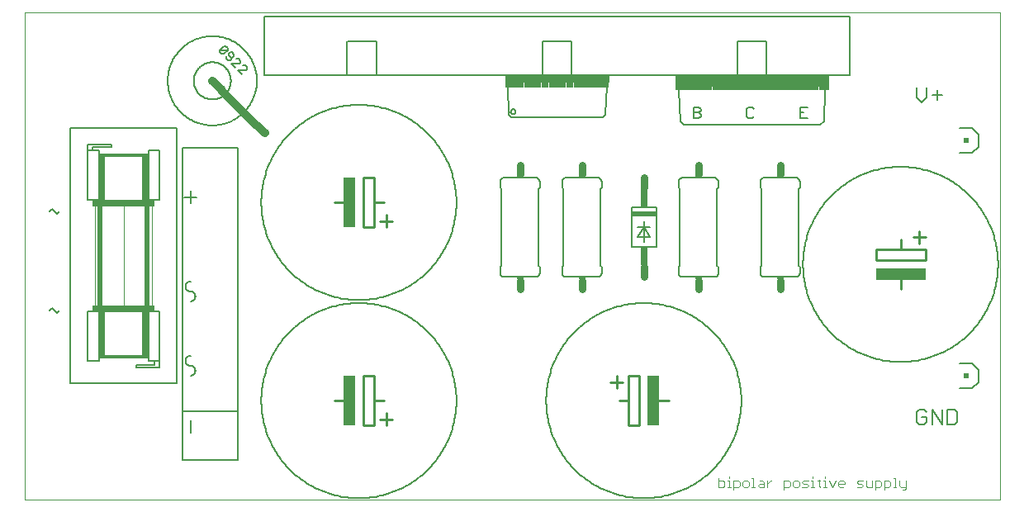
<source format=gto>
G75*
%MOIN*%
%OFA0B0*%
%FSLAX25Y25*%
%IPPOS*%
%LPD*%
%AMOC8*
5,1,8,0,0,1.08239X$1,22.5*
%
%ADD10C,0.00300*%
%ADD11C,0.00500*%
%ADD12C,0.00600*%
%ADD13C,0.00200*%
%ADD14R,0.16000X0.01500*%
%ADD15R,0.00500X0.03500*%
%ADD16R,0.04500X0.02500*%
%ADD17R,0.16000X0.02500*%
%ADD18R,0.02000X0.40000*%
%ADD19R,0.00500X0.15500*%
%ADD20R,0.02000X0.19000*%
%ADD21C,0.03000*%
%ADD22R,0.03000X0.01100*%
%ADD23C,0.03200*%
%ADD24R,0.20200X0.03200*%
%ADD25R,0.42000X0.03000*%
%ADD26R,0.07500X0.02000*%
%ADD27R,0.03000X0.02000*%
%ADD28R,0.07000X0.02000*%
%ADD29C,0.00000*%
%ADD30C,0.00800*%
%ADD31R,0.02000X0.02000*%
%ADD32R,0.10000X0.02000*%
%ADD33R,0.03000X0.07500*%
%ADD34C,0.01000*%
%ADD35R,0.05000X0.20000*%
%ADD36R,0.20000X0.05000*%
%ADD37R,0.62000X0.04500*%
%ADD38R,0.04000X0.01500*%
%ADD39R,0.10500X0.01500*%
%ADD40R,0.11000X0.01500*%
D10*
X0285187Y0013290D02*
X0287038Y0013290D01*
X0287655Y0013907D01*
X0287655Y0015141D01*
X0287038Y0015759D01*
X0285187Y0015759D01*
X0285187Y0016993D02*
X0285187Y0013290D01*
X0288870Y0013290D02*
X0290104Y0013290D01*
X0289487Y0013290D02*
X0289487Y0015759D01*
X0288870Y0015759D01*
X0289487Y0016993D02*
X0289487Y0017610D01*
X0291325Y0015759D02*
X0293177Y0015759D01*
X0293794Y0015141D01*
X0293794Y0013907D01*
X0293177Y0013290D01*
X0291325Y0013290D01*
X0291325Y0012055D02*
X0291325Y0015759D01*
X0295008Y0015141D02*
X0295008Y0013907D01*
X0295625Y0013290D01*
X0296860Y0013290D01*
X0297477Y0013907D01*
X0297477Y0015141D01*
X0296860Y0015759D01*
X0295625Y0015759D01*
X0295008Y0015141D01*
X0298691Y0013290D02*
X0299926Y0013290D01*
X0299309Y0013290D02*
X0299309Y0016993D01*
X0298691Y0016993D01*
X0301764Y0015759D02*
X0302998Y0015759D01*
X0303616Y0015141D01*
X0303616Y0013290D01*
X0301764Y0013290D01*
X0301147Y0013907D01*
X0301764Y0014524D01*
X0303616Y0014524D01*
X0304830Y0014524D02*
X0306064Y0015759D01*
X0306682Y0015759D01*
X0304830Y0015759D02*
X0304830Y0013290D01*
X0311582Y0013290D02*
X0313434Y0013290D01*
X0314051Y0013907D01*
X0314051Y0015141D01*
X0313434Y0015759D01*
X0311582Y0015759D01*
X0311582Y0012055D01*
X0315266Y0013907D02*
X0315883Y0013290D01*
X0317117Y0013290D01*
X0317734Y0013907D01*
X0317734Y0015141D01*
X0317117Y0015759D01*
X0315883Y0015759D01*
X0315266Y0015141D01*
X0315266Y0013907D01*
X0318949Y0013290D02*
X0320800Y0013290D01*
X0321417Y0013907D01*
X0320800Y0014524D01*
X0319566Y0014524D01*
X0318949Y0015141D01*
X0319566Y0015759D01*
X0321417Y0015759D01*
X0322632Y0015759D02*
X0323249Y0015759D01*
X0323249Y0013290D01*
X0322632Y0013290D02*
X0323866Y0013290D01*
X0325704Y0013907D02*
X0326322Y0013290D01*
X0325704Y0013907D02*
X0325704Y0016376D01*
X0325087Y0015759D02*
X0326322Y0015759D01*
X0327543Y0015759D02*
X0328160Y0015759D01*
X0328160Y0013290D01*
X0327543Y0013290D02*
X0328777Y0013290D01*
X0331232Y0013290D02*
X0329998Y0015759D01*
X0328160Y0016993D02*
X0328160Y0017610D01*
X0332467Y0015759D02*
X0331232Y0013290D01*
X0333681Y0013907D02*
X0333681Y0015141D01*
X0334298Y0015759D01*
X0335533Y0015759D01*
X0336150Y0015141D01*
X0336150Y0014524D01*
X0333681Y0014524D01*
X0333681Y0013907D02*
X0334298Y0013290D01*
X0335533Y0013290D01*
X0341048Y0013290D02*
X0342899Y0013290D01*
X0343516Y0013907D01*
X0342899Y0014524D01*
X0341665Y0014524D01*
X0341048Y0015141D01*
X0341665Y0015759D01*
X0343516Y0015759D01*
X0344731Y0015759D02*
X0344731Y0013907D01*
X0345348Y0013290D01*
X0347199Y0013290D01*
X0347199Y0015759D01*
X0348414Y0015759D02*
X0350265Y0015759D01*
X0350883Y0015141D01*
X0350883Y0013907D01*
X0350265Y0013290D01*
X0348414Y0013290D01*
X0348414Y0012055D02*
X0348414Y0015759D01*
X0352097Y0015759D02*
X0353949Y0015759D01*
X0354566Y0015141D01*
X0354566Y0013907D01*
X0353949Y0013290D01*
X0352097Y0013290D01*
X0352097Y0012055D02*
X0352097Y0015759D01*
X0355780Y0016993D02*
X0356397Y0016993D01*
X0356397Y0013290D01*
X0355780Y0013290D02*
X0357014Y0013290D01*
X0358236Y0013907D02*
X0358853Y0013290D01*
X0360704Y0013290D01*
X0360704Y0012673D02*
X0360087Y0012055D01*
X0359470Y0012055D01*
X0360704Y0012673D02*
X0360704Y0015759D01*
X0358236Y0015759D02*
X0358236Y0013907D01*
X0323249Y0016993D02*
X0323249Y0017610D01*
D11*
X0365287Y0039407D02*
X0366304Y0038390D01*
X0368339Y0038390D01*
X0369357Y0039407D01*
X0369357Y0041442D01*
X0367322Y0041442D01*
X0369357Y0043477D02*
X0368339Y0044495D01*
X0366304Y0044495D01*
X0365287Y0043477D01*
X0365287Y0039407D01*
X0371364Y0038390D02*
X0371364Y0044495D01*
X0375434Y0038390D01*
X0375434Y0044495D01*
X0377441Y0044495D02*
X0380494Y0044495D01*
X0381511Y0043477D01*
X0381511Y0039407D01*
X0380494Y0038390D01*
X0377441Y0038390D01*
X0377441Y0044495D01*
X0326277Y0159400D02*
X0323777Y0159400D01*
X0316777Y0159400D01*
X0302277Y0159400D01*
X0295277Y0159400D01*
X0280777Y0159400D01*
X0273777Y0159400D01*
X0271277Y0159400D01*
X0269777Y0160900D01*
X0269277Y0173400D01*
X0275027Y0166653D02*
X0277279Y0166653D01*
X0278029Y0165903D01*
X0278029Y0165152D01*
X0277279Y0164402D01*
X0275027Y0164402D01*
X0275027Y0166653D02*
X0275027Y0162150D01*
X0277279Y0162150D01*
X0278029Y0162900D01*
X0278029Y0163651D01*
X0277279Y0164402D01*
X0296527Y0165903D02*
X0296527Y0162900D01*
X0297277Y0162150D01*
X0298779Y0162150D01*
X0299529Y0162900D01*
X0299529Y0165903D02*
X0298779Y0166653D01*
X0297277Y0166653D01*
X0296527Y0165903D01*
X0318027Y0166653D02*
X0318027Y0162150D01*
X0321029Y0162150D01*
X0319528Y0164402D02*
X0318027Y0164402D01*
X0318027Y0166653D02*
X0321029Y0166653D01*
X0327777Y0160900D02*
X0328277Y0173400D01*
X0338147Y0179557D02*
X0304682Y0179557D01*
X0304682Y0193140D01*
X0292871Y0193140D01*
X0292871Y0179557D01*
X0304682Y0179557D01*
X0292871Y0179557D02*
X0225942Y0179557D01*
X0214131Y0179557D01*
X0214131Y0193140D01*
X0225942Y0193140D01*
X0225942Y0179557D01*
X0214131Y0179557D02*
X0147202Y0179557D01*
X0135037Y0179557D01*
X0135037Y0193140D01*
X0135391Y0193140D02*
X0147202Y0193140D01*
X0147202Y0179557D01*
X0135037Y0179557D02*
X0101926Y0179557D01*
X0101926Y0203179D01*
X0338147Y0203179D01*
X0338147Y0179557D01*
X0365287Y0174495D02*
X0365287Y0170425D01*
X0367322Y0168390D01*
X0369357Y0170425D01*
X0369357Y0174495D01*
X0371364Y0171442D02*
X0375434Y0171442D01*
X0373399Y0173477D02*
X0373399Y0169407D01*
X0327777Y0160900D02*
X0326277Y0159400D01*
X0239537Y0163400D02*
X0238537Y0162400D01*
X0201537Y0162400D01*
X0200537Y0163400D01*
X0200037Y0174900D01*
X0201337Y0164800D02*
X0201339Y0164863D01*
X0201345Y0164925D01*
X0201355Y0164987D01*
X0201368Y0165049D01*
X0201386Y0165109D01*
X0201407Y0165168D01*
X0201432Y0165226D01*
X0201461Y0165282D01*
X0201493Y0165336D01*
X0201528Y0165388D01*
X0201566Y0165437D01*
X0201608Y0165485D01*
X0201652Y0165529D01*
X0201700Y0165571D01*
X0201749Y0165609D01*
X0201801Y0165644D01*
X0201855Y0165676D01*
X0201911Y0165705D01*
X0201969Y0165730D01*
X0202028Y0165751D01*
X0202088Y0165769D01*
X0202150Y0165782D01*
X0202212Y0165792D01*
X0202274Y0165798D01*
X0202337Y0165800D01*
X0202400Y0165798D01*
X0202462Y0165792D01*
X0202524Y0165782D01*
X0202586Y0165769D01*
X0202646Y0165751D01*
X0202705Y0165730D01*
X0202763Y0165705D01*
X0202819Y0165676D01*
X0202873Y0165644D01*
X0202925Y0165609D01*
X0202974Y0165571D01*
X0203022Y0165529D01*
X0203066Y0165485D01*
X0203108Y0165437D01*
X0203146Y0165388D01*
X0203181Y0165336D01*
X0203213Y0165282D01*
X0203242Y0165226D01*
X0203267Y0165168D01*
X0203288Y0165109D01*
X0203306Y0165049D01*
X0203319Y0164987D01*
X0203329Y0164925D01*
X0203335Y0164863D01*
X0203337Y0164800D01*
X0203335Y0164737D01*
X0203329Y0164675D01*
X0203319Y0164613D01*
X0203306Y0164551D01*
X0203288Y0164491D01*
X0203267Y0164432D01*
X0203242Y0164374D01*
X0203213Y0164318D01*
X0203181Y0164264D01*
X0203146Y0164212D01*
X0203108Y0164163D01*
X0203066Y0164115D01*
X0203022Y0164071D01*
X0202974Y0164029D01*
X0202925Y0163991D01*
X0202873Y0163956D01*
X0202819Y0163924D01*
X0202763Y0163895D01*
X0202705Y0163870D01*
X0202646Y0163849D01*
X0202586Y0163831D01*
X0202524Y0163818D01*
X0202462Y0163808D01*
X0202400Y0163802D01*
X0202337Y0163800D01*
X0202274Y0163802D01*
X0202212Y0163808D01*
X0202150Y0163818D01*
X0202088Y0163831D01*
X0202028Y0163849D01*
X0201969Y0163870D01*
X0201911Y0163895D01*
X0201855Y0163924D01*
X0201801Y0163956D01*
X0201749Y0163991D01*
X0201700Y0164029D01*
X0201652Y0164071D01*
X0201608Y0164115D01*
X0201566Y0164163D01*
X0201528Y0164212D01*
X0201493Y0164264D01*
X0201461Y0164318D01*
X0201432Y0164374D01*
X0201407Y0164432D01*
X0201386Y0164491D01*
X0201368Y0164551D01*
X0201355Y0164613D01*
X0201345Y0164675D01*
X0201339Y0164737D01*
X0201337Y0164800D01*
X0239537Y0163400D02*
X0240037Y0174900D01*
X0094898Y0181902D02*
X0094898Y0182728D01*
X0094072Y0183554D01*
X0093246Y0183554D01*
X0092293Y0184507D02*
X0092293Y0185332D01*
X0091468Y0186158D01*
X0090642Y0186158D01*
X0089689Y0187111D02*
X0089689Y0187937D01*
X0088863Y0188762D01*
X0088038Y0188762D01*
X0087625Y0188350D01*
X0087625Y0187524D01*
X0088863Y0186285D01*
X0088038Y0185460D02*
X0089689Y0187111D01*
X0088038Y0185460D02*
X0087212Y0185460D01*
X0086386Y0186285D01*
X0086386Y0187111D01*
X0085433Y0188064D02*
X0084608Y0188064D01*
X0083782Y0188890D01*
X0083782Y0189716D01*
X0087085Y0189716D01*
X0085433Y0188064D01*
X0083782Y0189716D02*
X0085433Y0191367D01*
X0086259Y0191367D01*
X0087085Y0190541D01*
X0087085Y0189716D01*
X0088578Y0184094D02*
X0091881Y0184094D01*
X0092293Y0184507D01*
X0090229Y0182443D02*
X0088578Y0184094D01*
X0091182Y0181490D02*
X0094485Y0181490D01*
X0094898Y0181902D01*
X0092834Y0179838D02*
X0091182Y0181490D01*
X0019357Y0124495D02*
X0018339Y0123477D01*
X0016304Y0125513D01*
X0015287Y0124495D01*
X0016304Y0085513D02*
X0018339Y0083477D01*
X0019357Y0084495D01*
X0016304Y0085513D02*
X0015287Y0084495D01*
D12*
X0030537Y0084065D02*
X0035037Y0084065D01*
X0035037Y0064065D01*
X0030537Y0064065D01*
X0030537Y0084065D01*
X0055037Y0084065D02*
X0059537Y0084065D01*
X0059537Y0064065D01*
X0059537Y0061565D01*
X0053037Y0061565D01*
X0050037Y0061565D01*
X0050037Y0062565D01*
X0053037Y0062565D01*
X0057537Y0062565D01*
X0057537Y0064065D01*
X0055037Y0064065D01*
X0055037Y0084065D01*
X0072037Y0088289D02*
X0072125Y0088291D01*
X0072214Y0088297D01*
X0072302Y0088307D01*
X0072389Y0088320D01*
X0072476Y0088338D01*
X0072562Y0088359D01*
X0072647Y0088384D01*
X0072730Y0088413D01*
X0072813Y0088446D01*
X0072893Y0088482D01*
X0072972Y0088521D01*
X0073050Y0088564D01*
X0073125Y0088611D01*
X0073198Y0088661D01*
X0073269Y0088714D01*
X0073338Y0088770D01*
X0073404Y0088829D01*
X0073467Y0088891D01*
X0073527Y0088955D01*
X0073585Y0089022D01*
X0073639Y0089092D01*
X0073691Y0089164D01*
X0073739Y0089238D01*
X0073784Y0089315D01*
X0073825Y0089393D01*
X0073863Y0089473D01*
X0073897Y0089554D01*
X0073928Y0089637D01*
X0073955Y0089722D01*
X0073978Y0089807D01*
X0073997Y0089893D01*
X0074013Y0089981D01*
X0074025Y0090068D01*
X0074033Y0090156D01*
X0074037Y0090245D01*
X0074037Y0090333D01*
X0074033Y0090422D01*
X0074025Y0090510D01*
X0074013Y0090597D01*
X0073997Y0090685D01*
X0073978Y0090771D01*
X0073955Y0090856D01*
X0073928Y0090941D01*
X0073897Y0091024D01*
X0073863Y0091105D01*
X0073825Y0091185D01*
X0073784Y0091263D01*
X0073739Y0091340D01*
X0073691Y0091414D01*
X0073639Y0091486D01*
X0073585Y0091556D01*
X0073527Y0091623D01*
X0073467Y0091687D01*
X0073404Y0091749D01*
X0073338Y0091808D01*
X0073269Y0091864D01*
X0073198Y0091917D01*
X0073125Y0091967D01*
X0073050Y0092014D01*
X0072972Y0092057D01*
X0072893Y0092096D01*
X0072813Y0092132D01*
X0072730Y0092165D01*
X0072647Y0092194D01*
X0072562Y0092219D01*
X0072476Y0092240D01*
X0072389Y0092258D01*
X0072302Y0092271D01*
X0072214Y0092281D01*
X0072125Y0092287D01*
X0072037Y0092289D01*
X0071949Y0092291D01*
X0071860Y0092297D01*
X0071772Y0092307D01*
X0071685Y0092320D01*
X0071598Y0092338D01*
X0071512Y0092359D01*
X0071427Y0092384D01*
X0071344Y0092413D01*
X0071261Y0092446D01*
X0071181Y0092482D01*
X0071102Y0092521D01*
X0071024Y0092564D01*
X0070949Y0092611D01*
X0070876Y0092661D01*
X0070805Y0092714D01*
X0070736Y0092770D01*
X0070670Y0092829D01*
X0070607Y0092891D01*
X0070547Y0092955D01*
X0070489Y0093022D01*
X0070435Y0093092D01*
X0070383Y0093164D01*
X0070335Y0093238D01*
X0070290Y0093315D01*
X0070249Y0093393D01*
X0070211Y0093473D01*
X0070177Y0093554D01*
X0070146Y0093637D01*
X0070119Y0093722D01*
X0070096Y0093807D01*
X0070077Y0093893D01*
X0070061Y0093981D01*
X0070049Y0094068D01*
X0070041Y0094156D01*
X0070037Y0094245D01*
X0070037Y0094333D01*
X0070041Y0094422D01*
X0070049Y0094510D01*
X0070061Y0094597D01*
X0070077Y0094685D01*
X0070096Y0094771D01*
X0070119Y0094856D01*
X0070146Y0094941D01*
X0070177Y0095024D01*
X0070211Y0095105D01*
X0070249Y0095185D01*
X0070290Y0095263D01*
X0070335Y0095340D01*
X0070383Y0095414D01*
X0070435Y0095486D01*
X0070489Y0095556D01*
X0070547Y0095623D01*
X0070607Y0095687D01*
X0070670Y0095749D01*
X0070736Y0095808D01*
X0070805Y0095864D01*
X0070876Y0095917D01*
X0070949Y0095967D01*
X0071024Y0096014D01*
X0071102Y0096057D01*
X0071181Y0096096D01*
X0071261Y0096132D01*
X0071344Y0096165D01*
X0071427Y0096194D01*
X0071512Y0096219D01*
X0071598Y0096240D01*
X0071685Y0096258D01*
X0071772Y0096271D01*
X0071860Y0096281D01*
X0071949Y0096287D01*
X0072037Y0096289D01*
X0072037Y0127789D02*
X0072037Y0132789D01*
X0069537Y0130289D02*
X0074537Y0130289D01*
X0059537Y0129065D02*
X0055037Y0129065D01*
X0055037Y0149065D01*
X0059537Y0149065D01*
X0059537Y0129065D01*
X0035037Y0129065D02*
X0030537Y0129065D01*
X0030537Y0149065D01*
X0030537Y0151565D01*
X0037037Y0151565D01*
X0040037Y0151565D01*
X0040037Y0150565D01*
X0037037Y0150565D01*
X0032537Y0150565D01*
X0032537Y0149065D01*
X0035037Y0149065D01*
X0035037Y0129065D01*
X0032537Y0149065D02*
X0030537Y0149065D01*
X0037037Y0158065D02*
X0023537Y0158065D01*
X0023537Y0055065D01*
X0037037Y0055065D01*
X0053037Y0055065D01*
X0066537Y0055065D01*
X0066537Y0158065D01*
X0053037Y0158065D01*
X0037037Y0158065D01*
X0069013Y0150069D02*
X0069013Y0024085D01*
X0091060Y0024085D01*
X0091060Y0150069D01*
X0069013Y0150069D01*
X0073394Y0177282D02*
X0073396Y0177466D01*
X0073403Y0177650D01*
X0073414Y0177834D01*
X0073430Y0178017D01*
X0073450Y0178200D01*
X0073475Y0178382D01*
X0073504Y0178564D01*
X0073538Y0178745D01*
X0073576Y0178925D01*
X0073619Y0179104D01*
X0073666Y0179282D01*
X0073717Y0179459D01*
X0073773Y0179635D01*
X0073832Y0179809D01*
X0073897Y0179981D01*
X0073965Y0180152D01*
X0074037Y0180321D01*
X0074114Y0180489D01*
X0074195Y0180654D01*
X0074280Y0180817D01*
X0074368Y0180979D01*
X0074461Y0181138D01*
X0074558Y0181294D01*
X0074658Y0181449D01*
X0074762Y0181601D01*
X0074870Y0181750D01*
X0074981Y0181896D01*
X0075096Y0182040D01*
X0075215Y0182181D01*
X0075337Y0182319D01*
X0075462Y0182454D01*
X0075591Y0182585D01*
X0075722Y0182714D01*
X0075857Y0182839D01*
X0075995Y0182961D01*
X0076136Y0183080D01*
X0076280Y0183195D01*
X0076426Y0183306D01*
X0076575Y0183414D01*
X0076727Y0183518D01*
X0076882Y0183618D01*
X0077038Y0183715D01*
X0077197Y0183808D01*
X0077359Y0183896D01*
X0077522Y0183981D01*
X0077687Y0184062D01*
X0077855Y0184139D01*
X0078024Y0184211D01*
X0078195Y0184279D01*
X0078367Y0184344D01*
X0078541Y0184403D01*
X0078717Y0184459D01*
X0078894Y0184510D01*
X0079072Y0184557D01*
X0079251Y0184600D01*
X0079431Y0184638D01*
X0079612Y0184672D01*
X0079794Y0184701D01*
X0079976Y0184726D01*
X0080159Y0184746D01*
X0080342Y0184762D01*
X0080526Y0184773D01*
X0080710Y0184780D01*
X0080894Y0184782D01*
X0081078Y0184780D01*
X0081262Y0184773D01*
X0081446Y0184762D01*
X0081629Y0184746D01*
X0081812Y0184726D01*
X0081994Y0184701D01*
X0082176Y0184672D01*
X0082357Y0184638D01*
X0082537Y0184600D01*
X0082716Y0184557D01*
X0082894Y0184510D01*
X0083071Y0184459D01*
X0083247Y0184403D01*
X0083421Y0184344D01*
X0083593Y0184279D01*
X0083764Y0184211D01*
X0083933Y0184139D01*
X0084101Y0184062D01*
X0084266Y0183981D01*
X0084429Y0183896D01*
X0084591Y0183808D01*
X0084750Y0183715D01*
X0084906Y0183618D01*
X0085061Y0183518D01*
X0085213Y0183414D01*
X0085362Y0183306D01*
X0085508Y0183195D01*
X0085652Y0183080D01*
X0085793Y0182961D01*
X0085931Y0182839D01*
X0086066Y0182714D01*
X0086197Y0182585D01*
X0086326Y0182454D01*
X0086451Y0182319D01*
X0086573Y0182181D01*
X0086692Y0182040D01*
X0086807Y0181896D01*
X0086918Y0181750D01*
X0087026Y0181601D01*
X0087130Y0181449D01*
X0087230Y0181294D01*
X0087327Y0181138D01*
X0087420Y0180979D01*
X0087508Y0180817D01*
X0087593Y0180654D01*
X0087674Y0180489D01*
X0087751Y0180321D01*
X0087823Y0180152D01*
X0087891Y0179981D01*
X0087956Y0179809D01*
X0088015Y0179635D01*
X0088071Y0179459D01*
X0088122Y0179282D01*
X0088169Y0179104D01*
X0088212Y0178925D01*
X0088250Y0178745D01*
X0088284Y0178564D01*
X0088313Y0178382D01*
X0088338Y0178200D01*
X0088358Y0178017D01*
X0088374Y0177834D01*
X0088385Y0177650D01*
X0088392Y0177466D01*
X0088394Y0177282D01*
X0088392Y0177098D01*
X0088385Y0176914D01*
X0088374Y0176730D01*
X0088358Y0176547D01*
X0088338Y0176364D01*
X0088313Y0176182D01*
X0088284Y0176000D01*
X0088250Y0175819D01*
X0088212Y0175639D01*
X0088169Y0175460D01*
X0088122Y0175282D01*
X0088071Y0175105D01*
X0088015Y0174929D01*
X0087956Y0174755D01*
X0087891Y0174583D01*
X0087823Y0174412D01*
X0087751Y0174243D01*
X0087674Y0174075D01*
X0087593Y0173910D01*
X0087508Y0173747D01*
X0087420Y0173585D01*
X0087327Y0173426D01*
X0087230Y0173270D01*
X0087130Y0173115D01*
X0087026Y0172963D01*
X0086918Y0172814D01*
X0086807Y0172668D01*
X0086692Y0172524D01*
X0086573Y0172383D01*
X0086451Y0172245D01*
X0086326Y0172110D01*
X0086197Y0171979D01*
X0086066Y0171850D01*
X0085931Y0171725D01*
X0085793Y0171603D01*
X0085652Y0171484D01*
X0085508Y0171369D01*
X0085362Y0171258D01*
X0085213Y0171150D01*
X0085061Y0171046D01*
X0084906Y0170946D01*
X0084750Y0170849D01*
X0084591Y0170756D01*
X0084429Y0170668D01*
X0084266Y0170583D01*
X0084101Y0170502D01*
X0083933Y0170425D01*
X0083764Y0170353D01*
X0083593Y0170285D01*
X0083421Y0170220D01*
X0083247Y0170161D01*
X0083071Y0170105D01*
X0082894Y0170054D01*
X0082716Y0170007D01*
X0082537Y0169964D01*
X0082357Y0169926D01*
X0082176Y0169892D01*
X0081994Y0169863D01*
X0081812Y0169838D01*
X0081629Y0169818D01*
X0081446Y0169802D01*
X0081262Y0169791D01*
X0081078Y0169784D01*
X0080894Y0169782D01*
X0080710Y0169784D01*
X0080526Y0169791D01*
X0080342Y0169802D01*
X0080159Y0169818D01*
X0079976Y0169838D01*
X0079794Y0169863D01*
X0079612Y0169892D01*
X0079431Y0169926D01*
X0079251Y0169964D01*
X0079072Y0170007D01*
X0078894Y0170054D01*
X0078717Y0170105D01*
X0078541Y0170161D01*
X0078367Y0170220D01*
X0078195Y0170285D01*
X0078024Y0170353D01*
X0077855Y0170425D01*
X0077687Y0170502D01*
X0077522Y0170583D01*
X0077359Y0170668D01*
X0077197Y0170756D01*
X0077038Y0170849D01*
X0076882Y0170946D01*
X0076727Y0171046D01*
X0076575Y0171150D01*
X0076426Y0171258D01*
X0076280Y0171369D01*
X0076136Y0171484D01*
X0075995Y0171603D01*
X0075857Y0171725D01*
X0075722Y0171850D01*
X0075591Y0171979D01*
X0075462Y0172110D01*
X0075337Y0172245D01*
X0075215Y0172383D01*
X0075096Y0172524D01*
X0074981Y0172668D01*
X0074870Y0172814D01*
X0074762Y0172963D01*
X0074658Y0173115D01*
X0074558Y0173270D01*
X0074461Y0173426D01*
X0074368Y0173585D01*
X0074280Y0173747D01*
X0074195Y0173910D01*
X0074114Y0174075D01*
X0074037Y0174243D01*
X0073965Y0174412D01*
X0073897Y0174583D01*
X0073832Y0174755D01*
X0073773Y0174929D01*
X0073717Y0175105D01*
X0073666Y0175282D01*
X0073619Y0175460D01*
X0073576Y0175639D01*
X0073538Y0175819D01*
X0073504Y0176000D01*
X0073475Y0176182D01*
X0073450Y0176364D01*
X0073430Y0176547D01*
X0073414Y0176730D01*
X0073403Y0176914D01*
X0073396Y0177098D01*
X0073394Y0177282D01*
X0062894Y0177282D02*
X0062899Y0177724D01*
X0062916Y0178165D01*
X0062943Y0178606D01*
X0062981Y0179046D01*
X0063029Y0179485D01*
X0063089Y0179923D01*
X0063159Y0180359D01*
X0063240Y0180794D01*
X0063331Y0181226D01*
X0063433Y0181656D01*
X0063546Y0182083D01*
X0063669Y0182507D01*
X0063802Y0182928D01*
X0063946Y0183346D01*
X0064100Y0183760D01*
X0064264Y0184170D01*
X0064438Y0184576D01*
X0064622Y0184978D01*
X0064816Y0185375D01*
X0065019Y0185767D01*
X0065232Y0186154D01*
X0065455Y0186536D01*
X0065687Y0186912D01*
X0065928Y0187282D01*
X0066177Y0187647D01*
X0066436Y0188005D01*
X0066704Y0188356D01*
X0066980Y0188701D01*
X0067264Y0189039D01*
X0067557Y0189370D01*
X0067858Y0189694D01*
X0068166Y0190010D01*
X0068482Y0190318D01*
X0068806Y0190619D01*
X0069137Y0190912D01*
X0069475Y0191196D01*
X0069820Y0191472D01*
X0070171Y0191740D01*
X0070529Y0191999D01*
X0070894Y0192248D01*
X0071264Y0192489D01*
X0071640Y0192721D01*
X0072022Y0192944D01*
X0072409Y0193157D01*
X0072801Y0193360D01*
X0073198Y0193554D01*
X0073600Y0193738D01*
X0074006Y0193912D01*
X0074416Y0194076D01*
X0074830Y0194230D01*
X0075248Y0194374D01*
X0075669Y0194507D01*
X0076093Y0194630D01*
X0076520Y0194743D01*
X0076950Y0194845D01*
X0077382Y0194936D01*
X0077817Y0195017D01*
X0078253Y0195087D01*
X0078691Y0195147D01*
X0079130Y0195195D01*
X0079570Y0195233D01*
X0080011Y0195260D01*
X0080452Y0195277D01*
X0080894Y0195282D01*
X0081336Y0195277D01*
X0081777Y0195260D01*
X0082218Y0195233D01*
X0082658Y0195195D01*
X0083097Y0195147D01*
X0083535Y0195087D01*
X0083971Y0195017D01*
X0084406Y0194936D01*
X0084838Y0194845D01*
X0085268Y0194743D01*
X0085695Y0194630D01*
X0086119Y0194507D01*
X0086540Y0194374D01*
X0086958Y0194230D01*
X0087372Y0194076D01*
X0087782Y0193912D01*
X0088188Y0193738D01*
X0088590Y0193554D01*
X0088987Y0193360D01*
X0089379Y0193157D01*
X0089766Y0192944D01*
X0090148Y0192721D01*
X0090524Y0192489D01*
X0090894Y0192248D01*
X0091259Y0191999D01*
X0091617Y0191740D01*
X0091968Y0191472D01*
X0092313Y0191196D01*
X0092651Y0190912D01*
X0092982Y0190619D01*
X0093306Y0190318D01*
X0093622Y0190010D01*
X0093930Y0189694D01*
X0094231Y0189370D01*
X0094524Y0189039D01*
X0094808Y0188701D01*
X0095084Y0188356D01*
X0095352Y0188005D01*
X0095611Y0187647D01*
X0095860Y0187282D01*
X0096101Y0186912D01*
X0096333Y0186536D01*
X0096556Y0186154D01*
X0096769Y0185767D01*
X0096972Y0185375D01*
X0097166Y0184978D01*
X0097350Y0184576D01*
X0097524Y0184170D01*
X0097688Y0183760D01*
X0097842Y0183346D01*
X0097986Y0182928D01*
X0098119Y0182507D01*
X0098242Y0182083D01*
X0098355Y0181656D01*
X0098457Y0181226D01*
X0098548Y0180794D01*
X0098629Y0180359D01*
X0098699Y0179923D01*
X0098759Y0179485D01*
X0098807Y0179046D01*
X0098845Y0178606D01*
X0098872Y0178165D01*
X0098889Y0177724D01*
X0098894Y0177282D01*
X0098889Y0176840D01*
X0098872Y0176399D01*
X0098845Y0175958D01*
X0098807Y0175518D01*
X0098759Y0175079D01*
X0098699Y0174641D01*
X0098629Y0174205D01*
X0098548Y0173770D01*
X0098457Y0173338D01*
X0098355Y0172908D01*
X0098242Y0172481D01*
X0098119Y0172057D01*
X0097986Y0171636D01*
X0097842Y0171218D01*
X0097688Y0170804D01*
X0097524Y0170394D01*
X0097350Y0169988D01*
X0097166Y0169586D01*
X0096972Y0169189D01*
X0096769Y0168797D01*
X0096556Y0168410D01*
X0096333Y0168028D01*
X0096101Y0167652D01*
X0095860Y0167282D01*
X0095611Y0166917D01*
X0095352Y0166559D01*
X0095084Y0166208D01*
X0094808Y0165863D01*
X0094524Y0165525D01*
X0094231Y0165194D01*
X0093930Y0164870D01*
X0093622Y0164554D01*
X0093306Y0164246D01*
X0092982Y0163945D01*
X0092651Y0163652D01*
X0092313Y0163368D01*
X0091968Y0163092D01*
X0091617Y0162824D01*
X0091259Y0162565D01*
X0090894Y0162316D01*
X0090524Y0162075D01*
X0090148Y0161843D01*
X0089766Y0161620D01*
X0089379Y0161407D01*
X0088987Y0161204D01*
X0088590Y0161010D01*
X0088188Y0160826D01*
X0087782Y0160652D01*
X0087372Y0160488D01*
X0086958Y0160334D01*
X0086540Y0160190D01*
X0086119Y0160057D01*
X0085695Y0159934D01*
X0085268Y0159821D01*
X0084838Y0159719D01*
X0084406Y0159628D01*
X0083971Y0159547D01*
X0083535Y0159477D01*
X0083097Y0159417D01*
X0082658Y0159369D01*
X0082218Y0159331D01*
X0081777Y0159304D01*
X0081336Y0159287D01*
X0080894Y0159282D01*
X0080452Y0159287D01*
X0080011Y0159304D01*
X0079570Y0159331D01*
X0079130Y0159369D01*
X0078691Y0159417D01*
X0078253Y0159477D01*
X0077817Y0159547D01*
X0077382Y0159628D01*
X0076950Y0159719D01*
X0076520Y0159821D01*
X0076093Y0159934D01*
X0075669Y0160057D01*
X0075248Y0160190D01*
X0074830Y0160334D01*
X0074416Y0160488D01*
X0074006Y0160652D01*
X0073600Y0160826D01*
X0073198Y0161010D01*
X0072801Y0161204D01*
X0072409Y0161407D01*
X0072022Y0161620D01*
X0071640Y0161843D01*
X0071264Y0162075D01*
X0070894Y0162316D01*
X0070529Y0162565D01*
X0070171Y0162824D01*
X0069820Y0163092D01*
X0069475Y0163368D01*
X0069137Y0163652D01*
X0068806Y0163945D01*
X0068482Y0164246D01*
X0068166Y0164554D01*
X0067858Y0164870D01*
X0067557Y0165194D01*
X0067264Y0165525D01*
X0066980Y0165863D01*
X0066704Y0166208D01*
X0066436Y0166559D01*
X0066177Y0166917D01*
X0065928Y0167282D01*
X0065687Y0167652D01*
X0065455Y0168028D01*
X0065232Y0168410D01*
X0065019Y0168797D01*
X0064816Y0169189D01*
X0064622Y0169586D01*
X0064438Y0169988D01*
X0064264Y0170394D01*
X0064100Y0170804D01*
X0063946Y0171218D01*
X0063802Y0171636D01*
X0063669Y0172057D01*
X0063546Y0172481D01*
X0063433Y0172908D01*
X0063331Y0173338D01*
X0063240Y0173770D01*
X0063159Y0174205D01*
X0063089Y0174641D01*
X0063029Y0175079D01*
X0062981Y0175518D01*
X0062943Y0175958D01*
X0062916Y0176399D01*
X0062899Y0176840D01*
X0062894Y0177282D01*
X0100667Y0128140D02*
X0100679Y0129106D01*
X0100714Y0130072D01*
X0100774Y0131036D01*
X0100857Y0131999D01*
X0100963Y0132959D01*
X0101093Y0133917D01*
X0101247Y0134871D01*
X0101423Y0135821D01*
X0101624Y0136766D01*
X0101847Y0137706D01*
X0102093Y0138640D01*
X0102362Y0139569D01*
X0102654Y0140490D01*
X0102968Y0141403D01*
X0103305Y0142309D01*
X0103664Y0143206D01*
X0104045Y0144094D01*
X0104447Y0144973D01*
X0104871Y0145841D01*
X0105316Y0146699D01*
X0105782Y0147545D01*
X0106268Y0148380D01*
X0106775Y0149203D01*
X0107302Y0150013D01*
X0107849Y0150810D01*
X0108415Y0151593D01*
X0109000Y0152362D01*
X0109604Y0153116D01*
X0110226Y0153855D01*
X0110866Y0154579D01*
X0111523Y0155287D01*
X0112198Y0155979D01*
X0112890Y0156654D01*
X0113598Y0157311D01*
X0114322Y0157951D01*
X0115061Y0158573D01*
X0115815Y0159177D01*
X0116584Y0159762D01*
X0117367Y0160328D01*
X0118164Y0160875D01*
X0118974Y0161402D01*
X0119797Y0161909D01*
X0120632Y0162395D01*
X0121478Y0162861D01*
X0122336Y0163306D01*
X0123204Y0163730D01*
X0124083Y0164132D01*
X0124971Y0164513D01*
X0125868Y0164872D01*
X0126774Y0165209D01*
X0127687Y0165523D01*
X0128608Y0165815D01*
X0129537Y0166084D01*
X0130471Y0166330D01*
X0131411Y0166553D01*
X0132356Y0166754D01*
X0133306Y0166930D01*
X0134260Y0167084D01*
X0135218Y0167214D01*
X0136178Y0167320D01*
X0137141Y0167403D01*
X0138105Y0167463D01*
X0139071Y0167498D01*
X0140037Y0167510D01*
X0141003Y0167498D01*
X0141969Y0167463D01*
X0142933Y0167403D01*
X0143896Y0167320D01*
X0144856Y0167214D01*
X0145814Y0167084D01*
X0146768Y0166930D01*
X0147718Y0166754D01*
X0148663Y0166553D01*
X0149603Y0166330D01*
X0150537Y0166084D01*
X0151466Y0165815D01*
X0152387Y0165523D01*
X0153300Y0165209D01*
X0154206Y0164872D01*
X0155103Y0164513D01*
X0155991Y0164132D01*
X0156870Y0163730D01*
X0157738Y0163306D01*
X0158596Y0162861D01*
X0159442Y0162395D01*
X0160277Y0161909D01*
X0161100Y0161402D01*
X0161910Y0160875D01*
X0162707Y0160328D01*
X0163490Y0159762D01*
X0164259Y0159177D01*
X0165013Y0158573D01*
X0165752Y0157951D01*
X0166476Y0157311D01*
X0167184Y0156654D01*
X0167876Y0155979D01*
X0168551Y0155287D01*
X0169208Y0154579D01*
X0169848Y0153855D01*
X0170470Y0153116D01*
X0171074Y0152362D01*
X0171659Y0151593D01*
X0172225Y0150810D01*
X0172772Y0150013D01*
X0173299Y0149203D01*
X0173806Y0148380D01*
X0174292Y0147545D01*
X0174758Y0146699D01*
X0175203Y0145841D01*
X0175627Y0144973D01*
X0176029Y0144094D01*
X0176410Y0143206D01*
X0176769Y0142309D01*
X0177106Y0141403D01*
X0177420Y0140490D01*
X0177712Y0139569D01*
X0177981Y0138640D01*
X0178227Y0137706D01*
X0178450Y0136766D01*
X0178651Y0135821D01*
X0178827Y0134871D01*
X0178981Y0133917D01*
X0179111Y0132959D01*
X0179217Y0131999D01*
X0179300Y0131036D01*
X0179360Y0130072D01*
X0179395Y0129106D01*
X0179407Y0128140D01*
X0179395Y0127174D01*
X0179360Y0126208D01*
X0179300Y0125244D01*
X0179217Y0124281D01*
X0179111Y0123321D01*
X0178981Y0122363D01*
X0178827Y0121409D01*
X0178651Y0120459D01*
X0178450Y0119514D01*
X0178227Y0118574D01*
X0177981Y0117640D01*
X0177712Y0116711D01*
X0177420Y0115790D01*
X0177106Y0114877D01*
X0176769Y0113971D01*
X0176410Y0113074D01*
X0176029Y0112186D01*
X0175627Y0111307D01*
X0175203Y0110439D01*
X0174758Y0109581D01*
X0174292Y0108735D01*
X0173806Y0107900D01*
X0173299Y0107077D01*
X0172772Y0106267D01*
X0172225Y0105470D01*
X0171659Y0104687D01*
X0171074Y0103918D01*
X0170470Y0103164D01*
X0169848Y0102425D01*
X0169208Y0101701D01*
X0168551Y0100993D01*
X0167876Y0100301D01*
X0167184Y0099626D01*
X0166476Y0098969D01*
X0165752Y0098329D01*
X0165013Y0097707D01*
X0164259Y0097103D01*
X0163490Y0096518D01*
X0162707Y0095952D01*
X0161910Y0095405D01*
X0161100Y0094878D01*
X0160277Y0094371D01*
X0159442Y0093885D01*
X0158596Y0093419D01*
X0157738Y0092974D01*
X0156870Y0092550D01*
X0155991Y0092148D01*
X0155103Y0091767D01*
X0154206Y0091408D01*
X0153300Y0091071D01*
X0152387Y0090757D01*
X0151466Y0090465D01*
X0150537Y0090196D01*
X0149603Y0089950D01*
X0148663Y0089727D01*
X0147718Y0089526D01*
X0146768Y0089350D01*
X0145814Y0089196D01*
X0144856Y0089066D01*
X0143896Y0088960D01*
X0142933Y0088877D01*
X0141969Y0088817D01*
X0141003Y0088782D01*
X0140037Y0088770D01*
X0139071Y0088782D01*
X0138105Y0088817D01*
X0137141Y0088877D01*
X0136178Y0088960D01*
X0135218Y0089066D01*
X0134260Y0089196D01*
X0133306Y0089350D01*
X0132356Y0089526D01*
X0131411Y0089727D01*
X0130471Y0089950D01*
X0129537Y0090196D01*
X0128608Y0090465D01*
X0127687Y0090757D01*
X0126774Y0091071D01*
X0125868Y0091408D01*
X0124971Y0091767D01*
X0124083Y0092148D01*
X0123204Y0092550D01*
X0122336Y0092974D01*
X0121478Y0093419D01*
X0120632Y0093885D01*
X0119797Y0094371D01*
X0118974Y0094878D01*
X0118164Y0095405D01*
X0117367Y0095952D01*
X0116584Y0096518D01*
X0115815Y0097103D01*
X0115061Y0097707D01*
X0114322Y0098329D01*
X0113598Y0098969D01*
X0112890Y0099626D01*
X0112198Y0100301D01*
X0111523Y0100993D01*
X0110866Y0101701D01*
X0110226Y0102425D01*
X0109604Y0103164D01*
X0109000Y0103918D01*
X0108415Y0104687D01*
X0107849Y0105470D01*
X0107302Y0106267D01*
X0106775Y0107077D01*
X0106268Y0107900D01*
X0105782Y0108735D01*
X0105316Y0109581D01*
X0104871Y0110439D01*
X0104447Y0111307D01*
X0104045Y0112186D01*
X0103664Y0113074D01*
X0103305Y0113971D01*
X0102968Y0114877D01*
X0102654Y0115790D01*
X0102362Y0116711D01*
X0102093Y0117640D01*
X0101847Y0118574D01*
X0101624Y0119514D01*
X0101423Y0120459D01*
X0101247Y0121409D01*
X0101093Y0122363D01*
X0100963Y0123321D01*
X0100857Y0124281D01*
X0100774Y0125244D01*
X0100714Y0126208D01*
X0100679Y0127174D01*
X0100667Y0128140D01*
X0197037Y0134140D02*
X0197537Y0133640D01*
X0197537Y0102640D01*
X0197037Y0102140D01*
X0197037Y0099640D01*
X0197039Y0099564D01*
X0197045Y0099488D01*
X0197054Y0099413D01*
X0197068Y0099338D01*
X0197085Y0099264D01*
X0197106Y0099191D01*
X0197130Y0099119D01*
X0197159Y0099048D01*
X0197190Y0098979D01*
X0197225Y0098912D01*
X0197264Y0098847D01*
X0197306Y0098783D01*
X0197351Y0098722D01*
X0197399Y0098663D01*
X0197450Y0098607D01*
X0197504Y0098553D01*
X0197560Y0098502D01*
X0197619Y0098454D01*
X0197680Y0098409D01*
X0197744Y0098367D01*
X0197809Y0098328D01*
X0197876Y0098293D01*
X0197945Y0098262D01*
X0198016Y0098233D01*
X0198088Y0098209D01*
X0198161Y0098188D01*
X0198235Y0098171D01*
X0198310Y0098157D01*
X0198385Y0098148D01*
X0198461Y0098142D01*
X0198537Y0098140D01*
X0211537Y0098140D01*
X0211613Y0098142D01*
X0211689Y0098148D01*
X0211764Y0098157D01*
X0211839Y0098171D01*
X0211913Y0098188D01*
X0211986Y0098209D01*
X0212058Y0098233D01*
X0212129Y0098262D01*
X0212198Y0098293D01*
X0212265Y0098328D01*
X0212330Y0098367D01*
X0212394Y0098409D01*
X0212455Y0098454D01*
X0212514Y0098502D01*
X0212570Y0098553D01*
X0212624Y0098607D01*
X0212675Y0098663D01*
X0212723Y0098722D01*
X0212768Y0098783D01*
X0212810Y0098847D01*
X0212849Y0098912D01*
X0212884Y0098979D01*
X0212915Y0099048D01*
X0212944Y0099119D01*
X0212968Y0099191D01*
X0212989Y0099264D01*
X0213006Y0099338D01*
X0213020Y0099413D01*
X0213029Y0099488D01*
X0213035Y0099564D01*
X0213037Y0099640D01*
X0213037Y0102140D01*
X0212537Y0102640D01*
X0212537Y0133640D01*
X0213037Y0134140D01*
X0213037Y0136640D01*
X0213035Y0136716D01*
X0213029Y0136792D01*
X0213020Y0136867D01*
X0213006Y0136942D01*
X0212989Y0137016D01*
X0212968Y0137089D01*
X0212944Y0137161D01*
X0212915Y0137232D01*
X0212884Y0137301D01*
X0212849Y0137368D01*
X0212810Y0137433D01*
X0212768Y0137497D01*
X0212723Y0137558D01*
X0212675Y0137617D01*
X0212624Y0137673D01*
X0212570Y0137727D01*
X0212514Y0137778D01*
X0212455Y0137826D01*
X0212394Y0137871D01*
X0212330Y0137913D01*
X0212265Y0137952D01*
X0212198Y0137987D01*
X0212129Y0138018D01*
X0212058Y0138047D01*
X0211986Y0138071D01*
X0211913Y0138092D01*
X0211839Y0138109D01*
X0211764Y0138123D01*
X0211689Y0138132D01*
X0211613Y0138138D01*
X0211537Y0138140D01*
X0198537Y0138140D01*
X0198461Y0138138D01*
X0198385Y0138132D01*
X0198310Y0138123D01*
X0198235Y0138109D01*
X0198161Y0138092D01*
X0198088Y0138071D01*
X0198016Y0138047D01*
X0197945Y0138018D01*
X0197876Y0137987D01*
X0197809Y0137952D01*
X0197744Y0137913D01*
X0197680Y0137871D01*
X0197619Y0137826D01*
X0197560Y0137778D01*
X0197504Y0137727D01*
X0197450Y0137673D01*
X0197399Y0137617D01*
X0197351Y0137558D01*
X0197306Y0137497D01*
X0197264Y0137433D01*
X0197225Y0137368D01*
X0197190Y0137301D01*
X0197159Y0137232D01*
X0197130Y0137161D01*
X0197106Y0137089D01*
X0197085Y0137016D01*
X0197068Y0136942D01*
X0197054Y0136867D01*
X0197045Y0136792D01*
X0197039Y0136716D01*
X0197037Y0136640D01*
X0197037Y0134140D01*
X0222037Y0134140D02*
X0222537Y0133640D01*
X0222537Y0102640D01*
X0222037Y0102140D01*
X0222037Y0099640D01*
X0222039Y0099564D01*
X0222045Y0099488D01*
X0222054Y0099413D01*
X0222068Y0099338D01*
X0222085Y0099264D01*
X0222106Y0099191D01*
X0222130Y0099119D01*
X0222159Y0099048D01*
X0222190Y0098979D01*
X0222225Y0098912D01*
X0222264Y0098847D01*
X0222306Y0098783D01*
X0222351Y0098722D01*
X0222399Y0098663D01*
X0222450Y0098607D01*
X0222504Y0098553D01*
X0222560Y0098502D01*
X0222619Y0098454D01*
X0222680Y0098409D01*
X0222744Y0098367D01*
X0222809Y0098328D01*
X0222876Y0098293D01*
X0222945Y0098262D01*
X0223016Y0098233D01*
X0223088Y0098209D01*
X0223161Y0098188D01*
X0223235Y0098171D01*
X0223310Y0098157D01*
X0223385Y0098148D01*
X0223461Y0098142D01*
X0223537Y0098140D01*
X0236537Y0098140D01*
X0236613Y0098142D01*
X0236689Y0098148D01*
X0236764Y0098157D01*
X0236839Y0098171D01*
X0236913Y0098188D01*
X0236986Y0098209D01*
X0237058Y0098233D01*
X0237129Y0098262D01*
X0237198Y0098293D01*
X0237265Y0098328D01*
X0237330Y0098367D01*
X0237394Y0098409D01*
X0237455Y0098454D01*
X0237514Y0098502D01*
X0237570Y0098553D01*
X0237624Y0098607D01*
X0237675Y0098663D01*
X0237723Y0098722D01*
X0237768Y0098783D01*
X0237810Y0098847D01*
X0237849Y0098912D01*
X0237884Y0098979D01*
X0237915Y0099048D01*
X0237944Y0099119D01*
X0237968Y0099191D01*
X0237989Y0099264D01*
X0238006Y0099338D01*
X0238020Y0099413D01*
X0238029Y0099488D01*
X0238035Y0099564D01*
X0238037Y0099640D01*
X0238037Y0102140D01*
X0237537Y0102640D01*
X0237537Y0133640D01*
X0238037Y0134140D01*
X0238037Y0136640D01*
X0238035Y0136716D01*
X0238029Y0136792D01*
X0238020Y0136867D01*
X0238006Y0136942D01*
X0237989Y0137016D01*
X0237968Y0137089D01*
X0237944Y0137161D01*
X0237915Y0137232D01*
X0237884Y0137301D01*
X0237849Y0137368D01*
X0237810Y0137433D01*
X0237768Y0137497D01*
X0237723Y0137558D01*
X0237675Y0137617D01*
X0237624Y0137673D01*
X0237570Y0137727D01*
X0237514Y0137778D01*
X0237455Y0137826D01*
X0237394Y0137871D01*
X0237330Y0137913D01*
X0237265Y0137952D01*
X0237198Y0137987D01*
X0237129Y0138018D01*
X0237058Y0138047D01*
X0236986Y0138071D01*
X0236913Y0138092D01*
X0236839Y0138109D01*
X0236764Y0138123D01*
X0236689Y0138132D01*
X0236613Y0138138D01*
X0236537Y0138140D01*
X0223537Y0138140D01*
X0223461Y0138138D01*
X0223385Y0138132D01*
X0223310Y0138123D01*
X0223235Y0138109D01*
X0223161Y0138092D01*
X0223088Y0138071D01*
X0223016Y0138047D01*
X0222945Y0138018D01*
X0222876Y0137987D01*
X0222809Y0137952D01*
X0222744Y0137913D01*
X0222680Y0137871D01*
X0222619Y0137826D01*
X0222560Y0137778D01*
X0222504Y0137727D01*
X0222450Y0137673D01*
X0222399Y0137617D01*
X0222351Y0137558D01*
X0222306Y0137497D01*
X0222264Y0137433D01*
X0222225Y0137368D01*
X0222190Y0137301D01*
X0222159Y0137232D01*
X0222130Y0137161D01*
X0222106Y0137089D01*
X0222085Y0137016D01*
X0222068Y0136942D01*
X0222054Y0136867D01*
X0222045Y0136792D01*
X0222039Y0136716D01*
X0222037Y0136640D01*
X0222037Y0134140D01*
X0250037Y0126140D02*
X0260037Y0126140D01*
X0260037Y0110140D01*
X0250037Y0110140D01*
X0250037Y0126140D01*
X0255037Y0120640D02*
X0255037Y0118140D01*
X0252537Y0118140D01*
X0255037Y0118140D02*
X0257537Y0118140D01*
X0255037Y0118140D02*
X0257537Y0114140D01*
X0252537Y0114140D01*
X0255037Y0118140D01*
X0255037Y0112140D01*
X0269084Y0102140D02*
X0269584Y0102640D01*
X0269584Y0133640D01*
X0269084Y0134140D01*
X0269084Y0136640D01*
X0269086Y0136716D01*
X0269092Y0136792D01*
X0269101Y0136867D01*
X0269115Y0136942D01*
X0269132Y0137016D01*
X0269153Y0137089D01*
X0269177Y0137161D01*
X0269206Y0137232D01*
X0269237Y0137301D01*
X0269272Y0137368D01*
X0269311Y0137433D01*
X0269353Y0137497D01*
X0269398Y0137558D01*
X0269446Y0137617D01*
X0269497Y0137673D01*
X0269551Y0137727D01*
X0269607Y0137778D01*
X0269666Y0137826D01*
X0269727Y0137871D01*
X0269791Y0137913D01*
X0269856Y0137952D01*
X0269923Y0137987D01*
X0269992Y0138018D01*
X0270063Y0138047D01*
X0270135Y0138071D01*
X0270208Y0138092D01*
X0270282Y0138109D01*
X0270357Y0138123D01*
X0270432Y0138132D01*
X0270508Y0138138D01*
X0270584Y0138140D01*
X0283584Y0138140D01*
X0283660Y0138138D01*
X0283736Y0138132D01*
X0283811Y0138123D01*
X0283886Y0138109D01*
X0283960Y0138092D01*
X0284033Y0138071D01*
X0284105Y0138047D01*
X0284176Y0138018D01*
X0284245Y0137987D01*
X0284312Y0137952D01*
X0284377Y0137913D01*
X0284441Y0137871D01*
X0284502Y0137826D01*
X0284561Y0137778D01*
X0284617Y0137727D01*
X0284671Y0137673D01*
X0284722Y0137617D01*
X0284770Y0137558D01*
X0284815Y0137497D01*
X0284857Y0137433D01*
X0284896Y0137368D01*
X0284931Y0137301D01*
X0284962Y0137232D01*
X0284991Y0137161D01*
X0285015Y0137089D01*
X0285036Y0137016D01*
X0285053Y0136942D01*
X0285067Y0136867D01*
X0285076Y0136792D01*
X0285082Y0136716D01*
X0285084Y0136640D01*
X0285084Y0134140D01*
X0284584Y0133640D01*
X0284584Y0102640D01*
X0285084Y0102140D01*
X0285084Y0099640D01*
X0285082Y0099564D01*
X0285076Y0099488D01*
X0285067Y0099413D01*
X0285053Y0099338D01*
X0285036Y0099264D01*
X0285015Y0099191D01*
X0284991Y0099119D01*
X0284962Y0099048D01*
X0284931Y0098979D01*
X0284896Y0098912D01*
X0284857Y0098847D01*
X0284815Y0098783D01*
X0284770Y0098722D01*
X0284722Y0098663D01*
X0284671Y0098607D01*
X0284617Y0098553D01*
X0284561Y0098502D01*
X0284502Y0098454D01*
X0284441Y0098409D01*
X0284377Y0098367D01*
X0284312Y0098328D01*
X0284245Y0098293D01*
X0284176Y0098262D01*
X0284105Y0098233D01*
X0284033Y0098209D01*
X0283960Y0098188D01*
X0283886Y0098171D01*
X0283811Y0098157D01*
X0283736Y0098148D01*
X0283660Y0098142D01*
X0283584Y0098140D01*
X0270584Y0098140D01*
X0270508Y0098142D01*
X0270432Y0098148D01*
X0270357Y0098157D01*
X0270282Y0098171D01*
X0270208Y0098188D01*
X0270135Y0098209D01*
X0270063Y0098233D01*
X0269992Y0098262D01*
X0269923Y0098293D01*
X0269856Y0098328D01*
X0269791Y0098367D01*
X0269727Y0098409D01*
X0269666Y0098454D01*
X0269607Y0098502D01*
X0269551Y0098553D01*
X0269497Y0098607D01*
X0269446Y0098663D01*
X0269398Y0098722D01*
X0269353Y0098783D01*
X0269311Y0098847D01*
X0269272Y0098912D01*
X0269237Y0098979D01*
X0269206Y0099048D01*
X0269177Y0099119D01*
X0269153Y0099191D01*
X0269132Y0099264D01*
X0269115Y0099338D01*
X0269101Y0099413D01*
X0269092Y0099488D01*
X0269086Y0099564D01*
X0269084Y0099640D01*
X0269084Y0102140D01*
X0302037Y0102140D02*
X0302037Y0099640D01*
X0302039Y0099564D01*
X0302045Y0099488D01*
X0302054Y0099413D01*
X0302068Y0099338D01*
X0302085Y0099264D01*
X0302106Y0099191D01*
X0302130Y0099119D01*
X0302159Y0099048D01*
X0302190Y0098979D01*
X0302225Y0098912D01*
X0302264Y0098847D01*
X0302306Y0098783D01*
X0302351Y0098722D01*
X0302399Y0098663D01*
X0302450Y0098607D01*
X0302504Y0098553D01*
X0302560Y0098502D01*
X0302619Y0098454D01*
X0302680Y0098409D01*
X0302744Y0098367D01*
X0302809Y0098328D01*
X0302876Y0098293D01*
X0302945Y0098262D01*
X0303016Y0098233D01*
X0303088Y0098209D01*
X0303161Y0098188D01*
X0303235Y0098171D01*
X0303310Y0098157D01*
X0303385Y0098148D01*
X0303461Y0098142D01*
X0303537Y0098140D01*
X0316537Y0098140D01*
X0316613Y0098142D01*
X0316689Y0098148D01*
X0316764Y0098157D01*
X0316839Y0098171D01*
X0316913Y0098188D01*
X0316986Y0098209D01*
X0317058Y0098233D01*
X0317129Y0098262D01*
X0317198Y0098293D01*
X0317265Y0098328D01*
X0317330Y0098367D01*
X0317394Y0098409D01*
X0317455Y0098454D01*
X0317514Y0098502D01*
X0317570Y0098553D01*
X0317624Y0098607D01*
X0317675Y0098663D01*
X0317723Y0098722D01*
X0317768Y0098783D01*
X0317810Y0098847D01*
X0317849Y0098912D01*
X0317884Y0098979D01*
X0317915Y0099048D01*
X0317944Y0099119D01*
X0317968Y0099191D01*
X0317989Y0099264D01*
X0318006Y0099338D01*
X0318020Y0099413D01*
X0318029Y0099488D01*
X0318035Y0099564D01*
X0318037Y0099640D01*
X0318037Y0102140D01*
X0317537Y0102640D01*
X0317537Y0133640D01*
X0318037Y0134140D01*
X0318037Y0136640D01*
X0318035Y0136716D01*
X0318029Y0136792D01*
X0318020Y0136867D01*
X0318006Y0136942D01*
X0317989Y0137016D01*
X0317968Y0137089D01*
X0317944Y0137161D01*
X0317915Y0137232D01*
X0317884Y0137301D01*
X0317849Y0137368D01*
X0317810Y0137433D01*
X0317768Y0137497D01*
X0317723Y0137558D01*
X0317675Y0137617D01*
X0317624Y0137673D01*
X0317570Y0137727D01*
X0317514Y0137778D01*
X0317455Y0137826D01*
X0317394Y0137871D01*
X0317330Y0137913D01*
X0317265Y0137952D01*
X0317198Y0137987D01*
X0317129Y0138018D01*
X0317058Y0138047D01*
X0316986Y0138071D01*
X0316913Y0138092D01*
X0316839Y0138109D01*
X0316764Y0138123D01*
X0316689Y0138132D01*
X0316613Y0138138D01*
X0316537Y0138140D01*
X0303537Y0138140D01*
X0303461Y0138138D01*
X0303385Y0138132D01*
X0303310Y0138123D01*
X0303235Y0138109D01*
X0303161Y0138092D01*
X0303088Y0138071D01*
X0303016Y0138047D01*
X0302945Y0138018D01*
X0302876Y0137987D01*
X0302809Y0137952D01*
X0302744Y0137913D01*
X0302680Y0137871D01*
X0302619Y0137826D01*
X0302560Y0137778D01*
X0302504Y0137727D01*
X0302450Y0137673D01*
X0302399Y0137617D01*
X0302351Y0137558D01*
X0302306Y0137497D01*
X0302264Y0137433D01*
X0302225Y0137368D01*
X0302190Y0137301D01*
X0302159Y0137232D01*
X0302130Y0137161D01*
X0302106Y0137089D01*
X0302085Y0137016D01*
X0302068Y0136942D01*
X0302054Y0136867D01*
X0302045Y0136792D01*
X0302039Y0136716D01*
X0302037Y0136640D01*
X0302037Y0134140D01*
X0302537Y0133640D01*
X0302537Y0102640D01*
X0302037Y0102140D01*
X0319328Y0103140D02*
X0319340Y0104106D01*
X0319375Y0105072D01*
X0319435Y0106036D01*
X0319518Y0106999D01*
X0319624Y0107959D01*
X0319754Y0108917D01*
X0319908Y0109871D01*
X0320084Y0110821D01*
X0320285Y0111766D01*
X0320508Y0112706D01*
X0320754Y0113640D01*
X0321023Y0114569D01*
X0321315Y0115490D01*
X0321629Y0116403D01*
X0321966Y0117309D01*
X0322325Y0118206D01*
X0322706Y0119094D01*
X0323108Y0119973D01*
X0323532Y0120841D01*
X0323977Y0121699D01*
X0324443Y0122545D01*
X0324929Y0123380D01*
X0325436Y0124203D01*
X0325963Y0125013D01*
X0326510Y0125810D01*
X0327076Y0126593D01*
X0327661Y0127362D01*
X0328265Y0128116D01*
X0328887Y0128855D01*
X0329527Y0129579D01*
X0330184Y0130287D01*
X0330859Y0130979D01*
X0331551Y0131654D01*
X0332259Y0132311D01*
X0332983Y0132951D01*
X0333722Y0133573D01*
X0334476Y0134177D01*
X0335245Y0134762D01*
X0336028Y0135328D01*
X0336825Y0135875D01*
X0337635Y0136402D01*
X0338458Y0136909D01*
X0339293Y0137395D01*
X0340139Y0137861D01*
X0340997Y0138306D01*
X0341865Y0138730D01*
X0342744Y0139132D01*
X0343632Y0139513D01*
X0344529Y0139872D01*
X0345435Y0140209D01*
X0346348Y0140523D01*
X0347269Y0140815D01*
X0348198Y0141084D01*
X0349132Y0141330D01*
X0350072Y0141553D01*
X0351017Y0141754D01*
X0351967Y0141930D01*
X0352921Y0142084D01*
X0353879Y0142214D01*
X0354839Y0142320D01*
X0355802Y0142403D01*
X0356766Y0142463D01*
X0357732Y0142498D01*
X0358698Y0142510D01*
X0359664Y0142498D01*
X0360630Y0142463D01*
X0361594Y0142403D01*
X0362557Y0142320D01*
X0363517Y0142214D01*
X0364475Y0142084D01*
X0365429Y0141930D01*
X0366379Y0141754D01*
X0367324Y0141553D01*
X0368264Y0141330D01*
X0369198Y0141084D01*
X0370127Y0140815D01*
X0371048Y0140523D01*
X0371961Y0140209D01*
X0372867Y0139872D01*
X0373764Y0139513D01*
X0374652Y0139132D01*
X0375531Y0138730D01*
X0376399Y0138306D01*
X0377257Y0137861D01*
X0378103Y0137395D01*
X0378938Y0136909D01*
X0379761Y0136402D01*
X0380571Y0135875D01*
X0381368Y0135328D01*
X0382151Y0134762D01*
X0382920Y0134177D01*
X0383674Y0133573D01*
X0384413Y0132951D01*
X0385137Y0132311D01*
X0385845Y0131654D01*
X0386537Y0130979D01*
X0387212Y0130287D01*
X0387869Y0129579D01*
X0388509Y0128855D01*
X0389131Y0128116D01*
X0389735Y0127362D01*
X0390320Y0126593D01*
X0390886Y0125810D01*
X0391433Y0125013D01*
X0391960Y0124203D01*
X0392467Y0123380D01*
X0392953Y0122545D01*
X0393419Y0121699D01*
X0393864Y0120841D01*
X0394288Y0119973D01*
X0394690Y0119094D01*
X0395071Y0118206D01*
X0395430Y0117309D01*
X0395767Y0116403D01*
X0396081Y0115490D01*
X0396373Y0114569D01*
X0396642Y0113640D01*
X0396888Y0112706D01*
X0397111Y0111766D01*
X0397312Y0110821D01*
X0397488Y0109871D01*
X0397642Y0108917D01*
X0397772Y0107959D01*
X0397878Y0106999D01*
X0397961Y0106036D01*
X0398021Y0105072D01*
X0398056Y0104106D01*
X0398068Y0103140D01*
X0398056Y0102174D01*
X0398021Y0101208D01*
X0397961Y0100244D01*
X0397878Y0099281D01*
X0397772Y0098321D01*
X0397642Y0097363D01*
X0397488Y0096409D01*
X0397312Y0095459D01*
X0397111Y0094514D01*
X0396888Y0093574D01*
X0396642Y0092640D01*
X0396373Y0091711D01*
X0396081Y0090790D01*
X0395767Y0089877D01*
X0395430Y0088971D01*
X0395071Y0088074D01*
X0394690Y0087186D01*
X0394288Y0086307D01*
X0393864Y0085439D01*
X0393419Y0084581D01*
X0392953Y0083735D01*
X0392467Y0082900D01*
X0391960Y0082077D01*
X0391433Y0081267D01*
X0390886Y0080470D01*
X0390320Y0079687D01*
X0389735Y0078918D01*
X0389131Y0078164D01*
X0388509Y0077425D01*
X0387869Y0076701D01*
X0387212Y0075993D01*
X0386537Y0075301D01*
X0385845Y0074626D01*
X0385137Y0073969D01*
X0384413Y0073329D01*
X0383674Y0072707D01*
X0382920Y0072103D01*
X0382151Y0071518D01*
X0381368Y0070952D01*
X0380571Y0070405D01*
X0379761Y0069878D01*
X0378938Y0069371D01*
X0378103Y0068885D01*
X0377257Y0068419D01*
X0376399Y0067974D01*
X0375531Y0067550D01*
X0374652Y0067148D01*
X0373764Y0066767D01*
X0372867Y0066408D01*
X0371961Y0066071D01*
X0371048Y0065757D01*
X0370127Y0065465D01*
X0369198Y0065196D01*
X0368264Y0064950D01*
X0367324Y0064727D01*
X0366379Y0064526D01*
X0365429Y0064350D01*
X0364475Y0064196D01*
X0363517Y0064066D01*
X0362557Y0063960D01*
X0361594Y0063877D01*
X0360630Y0063817D01*
X0359664Y0063782D01*
X0358698Y0063770D01*
X0357732Y0063782D01*
X0356766Y0063817D01*
X0355802Y0063877D01*
X0354839Y0063960D01*
X0353879Y0064066D01*
X0352921Y0064196D01*
X0351967Y0064350D01*
X0351017Y0064526D01*
X0350072Y0064727D01*
X0349132Y0064950D01*
X0348198Y0065196D01*
X0347269Y0065465D01*
X0346348Y0065757D01*
X0345435Y0066071D01*
X0344529Y0066408D01*
X0343632Y0066767D01*
X0342744Y0067148D01*
X0341865Y0067550D01*
X0340997Y0067974D01*
X0340139Y0068419D01*
X0339293Y0068885D01*
X0338458Y0069371D01*
X0337635Y0069878D01*
X0336825Y0070405D01*
X0336028Y0070952D01*
X0335245Y0071518D01*
X0334476Y0072103D01*
X0333722Y0072707D01*
X0332983Y0073329D01*
X0332259Y0073969D01*
X0331551Y0074626D01*
X0330859Y0075301D01*
X0330184Y0075993D01*
X0329527Y0076701D01*
X0328887Y0077425D01*
X0328265Y0078164D01*
X0327661Y0078918D01*
X0327076Y0079687D01*
X0326510Y0080470D01*
X0325963Y0081267D01*
X0325436Y0082077D01*
X0324929Y0082900D01*
X0324443Y0083735D01*
X0323977Y0084581D01*
X0323532Y0085439D01*
X0323108Y0086307D01*
X0322706Y0087186D01*
X0322325Y0088074D01*
X0321966Y0088971D01*
X0321629Y0089877D01*
X0321315Y0090790D01*
X0321023Y0091711D01*
X0320754Y0092640D01*
X0320508Y0093574D01*
X0320285Y0094514D01*
X0320084Y0095459D01*
X0319908Y0096409D01*
X0319754Y0097363D01*
X0319624Y0098321D01*
X0319518Y0099281D01*
X0319435Y0100244D01*
X0319375Y0101208D01*
X0319340Y0102174D01*
X0319328Y0103140D01*
X0215667Y0048140D02*
X0215679Y0049106D01*
X0215714Y0050072D01*
X0215774Y0051036D01*
X0215857Y0051999D01*
X0215963Y0052959D01*
X0216093Y0053917D01*
X0216247Y0054871D01*
X0216423Y0055821D01*
X0216624Y0056766D01*
X0216847Y0057706D01*
X0217093Y0058640D01*
X0217362Y0059569D01*
X0217654Y0060490D01*
X0217968Y0061403D01*
X0218305Y0062309D01*
X0218664Y0063206D01*
X0219045Y0064094D01*
X0219447Y0064973D01*
X0219871Y0065841D01*
X0220316Y0066699D01*
X0220782Y0067545D01*
X0221268Y0068380D01*
X0221775Y0069203D01*
X0222302Y0070013D01*
X0222849Y0070810D01*
X0223415Y0071593D01*
X0224000Y0072362D01*
X0224604Y0073116D01*
X0225226Y0073855D01*
X0225866Y0074579D01*
X0226523Y0075287D01*
X0227198Y0075979D01*
X0227890Y0076654D01*
X0228598Y0077311D01*
X0229322Y0077951D01*
X0230061Y0078573D01*
X0230815Y0079177D01*
X0231584Y0079762D01*
X0232367Y0080328D01*
X0233164Y0080875D01*
X0233974Y0081402D01*
X0234797Y0081909D01*
X0235632Y0082395D01*
X0236478Y0082861D01*
X0237336Y0083306D01*
X0238204Y0083730D01*
X0239083Y0084132D01*
X0239971Y0084513D01*
X0240868Y0084872D01*
X0241774Y0085209D01*
X0242687Y0085523D01*
X0243608Y0085815D01*
X0244537Y0086084D01*
X0245471Y0086330D01*
X0246411Y0086553D01*
X0247356Y0086754D01*
X0248306Y0086930D01*
X0249260Y0087084D01*
X0250218Y0087214D01*
X0251178Y0087320D01*
X0252141Y0087403D01*
X0253105Y0087463D01*
X0254071Y0087498D01*
X0255037Y0087510D01*
X0256003Y0087498D01*
X0256969Y0087463D01*
X0257933Y0087403D01*
X0258896Y0087320D01*
X0259856Y0087214D01*
X0260814Y0087084D01*
X0261768Y0086930D01*
X0262718Y0086754D01*
X0263663Y0086553D01*
X0264603Y0086330D01*
X0265537Y0086084D01*
X0266466Y0085815D01*
X0267387Y0085523D01*
X0268300Y0085209D01*
X0269206Y0084872D01*
X0270103Y0084513D01*
X0270991Y0084132D01*
X0271870Y0083730D01*
X0272738Y0083306D01*
X0273596Y0082861D01*
X0274442Y0082395D01*
X0275277Y0081909D01*
X0276100Y0081402D01*
X0276910Y0080875D01*
X0277707Y0080328D01*
X0278490Y0079762D01*
X0279259Y0079177D01*
X0280013Y0078573D01*
X0280752Y0077951D01*
X0281476Y0077311D01*
X0282184Y0076654D01*
X0282876Y0075979D01*
X0283551Y0075287D01*
X0284208Y0074579D01*
X0284848Y0073855D01*
X0285470Y0073116D01*
X0286074Y0072362D01*
X0286659Y0071593D01*
X0287225Y0070810D01*
X0287772Y0070013D01*
X0288299Y0069203D01*
X0288806Y0068380D01*
X0289292Y0067545D01*
X0289758Y0066699D01*
X0290203Y0065841D01*
X0290627Y0064973D01*
X0291029Y0064094D01*
X0291410Y0063206D01*
X0291769Y0062309D01*
X0292106Y0061403D01*
X0292420Y0060490D01*
X0292712Y0059569D01*
X0292981Y0058640D01*
X0293227Y0057706D01*
X0293450Y0056766D01*
X0293651Y0055821D01*
X0293827Y0054871D01*
X0293981Y0053917D01*
X0294111Y0052959D01*
X0294217Y0051999D01*
X0294300Y0051036D01*
X0294360Y0050072D01*
X0294395Y0049106D01*
X0294407Y0048140D01*
X0294395Y0047174D01*
X0294360Y0046208D01*
X0294300Y0045244D01*
X0294217Y0044281D01*
X0294111Y0043321D01*
X0293981Y0042363D01*
X0293827Y0041409D01*
X0293651Y0040459D01*
X0293450Y0039514D01*
X0293227Y0038574D01*
X0292981Y0037640D01*
X0292712Y0036711D01*
X0292420Y0035790D01*
X0292106Y0034877D01*
X0291769Y0033971D01*
X0291410Y0033074D01*
X0291029Y0032186D01*
X0290627Y0031307D01*
X0290203Y0030439D01*
X0289758Y0029581D01*
X0289292Y0028735D01*
X0288806Y0027900D01*
X0288299Y0027077D01*
X0287772Y0026267D01*
X0287225Y0025470D01*
X0286659Y0024687D01*
X0286074Y0023918D01*
X0285470Y0023164D01*
X0284848Y0022425D01*
X0284208Y0021701D01*
X0283551Y0020993D01*
X0282876Y0020301D01*
X0282184Y0019626D01*
X0281476Y0018969D01*
X0280752Y0018329D01*
X0280013Y0017707D01*
X0279259Y0017103D01*
X0278490Y0016518D01*
X0277707Y0015952D01*
X0276910Y0015405D01*
X0276100Y0014878D01*
X0275277Y0014371D01*
X0274442Y0013885D01*
X0273596Y0013419D01*
X0272738Y0012974D01*
X0271870Y0012550D01*
X0270991Y0012148D01*
X0270103Y0011767D01*
X0269206Y0011408D01*
X0268300Y0011071D01*
X0267387Y0010757D01*
X0266466Y0010465D01*
X0265537Y0010196D01*
X0264603Y0009950D01*
X0263663Y0009727D01*
X0262718Y0009526D01*
X0261768Y0009350D01*
X0260814Y0009196D01*
X0259856Y0009066D01*
X0258896Y0008960D01*
X0257933Y0008877D01*
X0256969Y0008817D01*
X0256003Y0008782D01*
X0255037Y0008770D01*
X0254071Y0008782D01*
X0253105Y0008817D01*
X0252141Y0008877D01*
X0251178Y0008960D01*
X0250218Y0009066D01*
X0249260Y0009196D01*
X0248306Y0009350D01*
X0247356Y0009526D01*
X0246411Y0009727D01*
X0245471Y0009950D01*
X0244537Y0010196D01*
X0243608Y0010465D01*
X0242687Y0010757D01*
X0241774Y0011071D01*
X0240868Y0011408D01*
X0239971Y0011767D01*
X0239083Y0012148D01*
X0238204Y0012550D01*
X0237336Y0012974D01*
X0236478Y0013419D01*
X0235632Y0013885D01*
X0234797Y0014371D01*
X0233974Y0014878D01*
X0233164Y0015405D01*
X0232367Y0015952D01*
X0231584Y0016518D01*
X0230815Y0017103D01*
X0230061Y0017707D01*
X0229322Y0018329D01*
X0228598Y0018969D01*
X0227890Y0019626D01*
X0227198Y0020301D01*
X0226523Y0020993D01*
X0225866Y0021701D01*
X0225226Y0022425D01*
X0224604Y0023164D01*
X0224000Y0023918D01*
X0223415Y0024687D01*
X0222849Y0025470D01*
X0222302Y0026267D01*
X0221775Y0027077D01*
X0221268Y0027900D01*
X0220782Y0028735D01*
X0220316Y0029581D01*
X0219871Y0030439D01*
X0219447Y0031307D01*
X0219045Y0032186D01*
X0218664Y0033074D01*
X0218305Y0033971D01*
X0217968Y0034877D01*
X0217654Y0035790D01*
X0217362Y0036711D01*
X0217093Y0037640D01*
X0216847Y0038574D01*
X0216624Y0039514D01*
X0216423Y0040459D01*
X0216247Y0041409D01*
X0216093Y0042363D01*
X0215963Y0043321D01*
X0215857Y0044281D01*
X0215774Y0045244D01*
X0215714Y0046208D01*
X0215679Y0047174D01*
X0215667Y0048140D01*
X0100667Y0048140D02*
X0100679Y0049106D01*
X0100714Y0050072D01*
X0100774Y0051036D01*
X0100857Y0051999D01*
X0100963Y0052959D01*
X0101093Y0053917D01*
X0101247Y0054871D01*
X0101423Y0055821D01*
X0101624Y0056766D01*
X0101847Y0057706D01*
X0102093Y0058640D01*
X0102362Y0059569D01*
X0102654Y0060490D01*
X0102968Y0061403D01*
X0103305Y0062309D01*
X0103664Y0063206D01*
X0104045Y0064094D01*
X0104447Y0064973D01*
X0104871Y0065841D01*
X0105316Y0066699D01*
X0105782Y0067545D01*
X0106268Y0068380D01*
X0106775Y0069203D01*
X0107302Y0070013D01*
X0107849Y0070810D01*
X0108415Y0071593D01*
X0109000Y0072362D01*
X0109604Y0073116D01*
X0110226Y0073855D01*
X0110866Y0074579D01*
X0111523Y0075287D01*
X0112198Y0075979D01*
X0112890Y0076654D01*
X0113598Y0077311D01*
X0114322Y0077951D01*
X0115061Y0078573D01*
X0115815Y0079177D01*
X0116584Y0079762D01*
X0117367Y0080328D01*
X0118164Y0080875D01*
X0118974Y0081402D01*
X0119797Y0081909D01*
X0120632Y0082395D01*
X0121478Y0082861D01*
X0122336Y0083306D01*
X0123204Y0083730D01*
X0124083Y0084132D01*
X0124971Y0084513D01*
X0125868Y0084872D01*
X0126774Y0085209D01*
X0127687Y0085523D01*
X0128608Y0085815D01*
X0129537Y0086084D01*
X0130471Y0086330D01*
X0131411Y0086553D01*
X0132356Y0086754D01*
X0133306Y0086930D01*
X0134260Y0087084D01*
X0135218Y0087214D01*
X0136178Y0087320D01*
X0137141Y0087403D01*
X0138105Y0087463D01*
X0139071Y0087498D01*
X0140037Y0087510D01*
X0141003Y0087498D01*
X0141969Y0087463D01*
X0142933Y0087403D01*
X0143896Y0087320D01*
X0144856Y0087214D01*
X0145814Y0087084D01*
X0146768Y0086930D01*
X0147718Y0086754D01*
X0148663Y0086553D01*
X0149603Y0086330D01*
X0150537Y0086084D01*
X0151466Y0085815D01*
X0152387Y0085523D01*
X0153300Y0085209D01*
X0154206Y0084872D01*
X0155103Y0084513D01*
X0155991Y0084132D01*
X0156870Y0083730D01*
X0157738Y0083306D01*
X0158596Y0082861D01*
X0159442Y0082395D01*
X0160277Y0081909D01*
X0161100Y0081402D01*
X0161910Y0080875D01*
X0162707Y0080328D01*
X0163490Y0079762D01*
X0164259Y0079177D01*
X0165013Y0078573D01*
X0165752Y0077951D01*
X0166476Y0077311D01*
X0167184Y0076654D01*
X0167876Y0075979D01*
X0168551Y0075287D01*
X0169208Y0074579D01*
X0169848Y0073855D01*
X0170470Y0073116D01*
X0171074Y0072362D01*
X0171659Y0071593D01*
X0172225Y0070810D01*
X0172772Y0070013D01*
X0173299Y0069203D01*
X0173806Y0068380D01*
X0174292Y0067545D01*
X0174758Y0066699D01*
X0175203Y0065841D01*
X0175627Y0064973D01*
X0176029Y0064094D01*
X0176410Y0063206D01*
X0176769Y0062309D01*
X0177106Y0061403D01*
X0177420Y0060490D01*
X0177712Y0059569D01*
X0177981Y0058640D01*
X0178227Y0057706D01*
X0178450Y0056766D01*
X0178651Y0055821D01*
X0178827Y0054871D01*
X0178981Y0053917D01*
X0179111Y0052959D01*
X0179217Y0051999D01*
X0179300Y0051036D01*
X0179360Y0050072D01*
X0179395Y0049106D01*
X0179407Y0048140D01*
X0179395Y0047174D01*
X0179360Y0046208D01*
X0179300Y0045244D01*
X0179217Y0044281D01*
X0179111Y0043321D01*
X0178981Y0042363D01*
X0178827Y0041409D01*
X0178651Y0040459D01*
X0178450Y0039514D01*
X0178227Y0038574D01*
X0177981Y0037640D01*
X0177712Y0036711D01*
X0177420Y0035790D01*
X0177106Y0034877D01*
X0176769Y0033971D01*
X0176410Y0033074D01*
X0176029Y0032186D01*
X0175627Y0031307D01*
X0175203Y0030439D01*
X0174758Y0029581D01*
X0174292Y0028735D01*
X0173806Y0027900D01*
X0173299Y0027077D01*
X0172772Y0026267D01*
X0172225Y0025470D01*
X0171659Y0024687D01*
X0171074Y0023918D01*
X0170470Y0023164D01*
X0169848Y0022425D01*
X0169208Y0021701D01*
X0168551Y0020993D01*
X0167876Y0020301D01*
X0167184Y0019626D01*
X0166476Y0018969D01*
X0165752Y0018329D01*
X0165013Y0017707D01*
X0164259Y0017103D01*
X0163490Y0016518D01*
X0162707Y0015952D01*
X0161910Y0015405D01*
X0161100Y0014878D01*
X0160277Y0014371D01*
X0159442Y0013885D01*
X0158596Y0013419D01*
X0157738Y0012974D01*
X0156870Y0012550D01*
X0155991Y0012148D01*
X0155103Y0011767D01*
X0154206Y0011408D01*
X0153300Y0011071D01*
X0152387Y0010757D01*
X0151466Y0010465D01*
X0150537Y0010196D01*
X0149603Y0009950D01*
X0148663Y0009727D01*
X0147718Y0009526D01*
X0146768Y0009350D01*
X0145814Y0009196D01*
X0144856Y0009066D01*
X0143896Y0008960D01*
X0142933Y0008877D01*
X0141969Y0008817D01*
X0141003Y0008782D01*
X0140037Y0008770D01*
X0139071Y0008782D01*
X0138105Y0008817D01*
X0137141Y0008877D01*
X0136178Y0008960D01*
X0135218Y0009066D01*
X0134260Y0009196D01*
X0133306Y0009350D01*
X0132356Y0009526D01*
X0131411Y0009727D01*
X0130471Y0009950D01*
X0129537Y0010196D01*
X0128608Y0010465D01*
X0127687Y0010757D01*
X0126774Y0011071D01*
X0125868Y0011408D01*
X0124971Y0011767D01*
X0124083Y0012148D01*
X0123204Y0012550D01*
X0122336Y0012974D01*
X0121478Y0013419D01*
X0120632Y0013885D01*
X0119797Y0014371D01*
X0118974Y0014878D01*
X0118164Y0015405D01*
X0117367Y0015952D01*
X0116584Y0016518D01*
X0115815Y0017103D01*
X0115061Y0017707D01*
X0114322Y0018329D01*
X0113598Y0018969D01*
X0112890Y0019626D01*
X0112198Y0020301D01*
X0111523Y0020993D01*
X0110866Y0021701D01*
X0110226Y0022425D01*
X0109604Y0023164D01*
X0109000Y0023918D01*
X0108415Y0024687D01*
X0107849Y0025470D01*
X0107302Y0026267D01*
X0106775Y0027077D01*
X0106268Y0027900D01*
X0105782Y0028735D01*
X0105316Y0029581D01*
X0104871Y0030439D01*
X0104447Y0031307D01*
X0104045Y0032186D01*
X0103664Y0033074D01*
X0103305Y0033971D01*
X0102968Y0034877D01*
X0102654Y0035790D01*
X0102362Y0036711D01*
X0102093Y0037640D01*
X0101847Y0038574D01*
X0101624Y0039514D01*
X0101423Y0040459D01*
X0101247Y0041409D01*
X0101093Y0042363D01*
X0100963Y0043321D01*
X0100857Y0044281D01*
X0100774Y0045244D01*
X0100714Y0046208D01*
X0100679Y0047174D01*
X0100667Y0048140D01*
X0091060Y0043770D02*
X0069013Y0043770D01*
X0072037Y0040289D02*
X0072037Y0035289D01*
X0072037Y0058289D02*
X0072125Y0058291D01*
X0072214Y0058297D01*
X0072302Y0058307D01*
X0072389Y0058320D01*
X0072476Y0058338D01*
X0072562Y0058359D01*
X0072647Y0058384D01*
X0072730Y0058413D01*
X0072813Y0058446D01*
X0072893Y0058482D01*
X0072972Y0058521D01*
X0073050Y0058564D01*
X0073125Y0058611D01*
X0073198Y0058661D01*
X0073269Y0058714D01*
X0073338Y0058770D01*
X0073404Y0058829D01*
X0073467Y0058891D01*
X0073527Y0058955D01*
X0073585Y0059022D01*
X0073639Y0059092D01*
X0073691Y0059164D01*
X0073739Y0059238D01*
X0073784Y0059315D01*
X0073825Y0059393D01*
X0073863Y0059473D01*
X0073897Y0059554D01*
X0073928Y0059637D01*
X0073955Y0059722D01*
X0073978Y0059807D01*
X0073997Y0059893D01*
X0074013Y0059981D01*
X0074025Y0060068D01*
X0074033Y0060156D01*
X0074037Y0060245D01*
X0074037Y0060333D01*
X0074033Y0060422D01*
X0074025Y0060510D01*
X0074013Y0060597D01*
X0073997Y0060685D01*
X0073978Y0060771D01*
X0073955Y0060856D01*
X0073928Y0060941D01*
X0073897Y0061024D01*
X0073863Y0061105D01*
X0073825Y0061185D01*
X0073784Y0061263D01*
X0073739Y0061340D01*
X0073691Y0061414D01*
X0073639Y0061486D01*
X0073585Y0061556D01*
X0073527Y0061623D01*
X0073467Y0061687D01*
X0073404Y0061749D01*
X0073338Y0061808D01*
X0073269Y0061864D01*
X0073198Y0061917D01*
X0073125Y0061967D01*
X0073050Y0062014D01*
X0072972Y0062057D01*
X0072893Y0062096D01*
X0072813Y0062132D01*
X0072730Y0062165D01*
X0072647Y0062194D01*
X0072562Y0062219D01*
X0072476Y0062240D01*
X0072389Y0062258D01*
X0072302Y0062271D01*
X0072214Y0062281D01*
X0072125Y0062287D01*
X0072037Y0062289D01*
X0071949Y0062291D01*
X0071860Y0062297D01*
X0071772Y0062307D01*
X0071685Y0062320D01*
X0071598Y0062338D01*
X0071512Y0062359D01*
X0071427Y0062384D01*
X0071344Y0062413D01*
X0071261Y0062446D01*
X0071181Y0062482D01*
X0071102Y0062521D01*
X0071024Y0062564D01*
X0070949Y0062611D01*
X0070876Y0062661D01*
X0070805Y0062714D01*
X0070736Y0062770D01*
X0070670Y0062829D01*
X0070607Y0062891D01*
X0070547Y0062955D01*
X0070489Y0063022D01*
X0070435Y0063092D01*
X0070383Y0063164D01*
X0070335Y0063238D01*
X0070290Y0063315D01*
X0070249Y0063393D01*
X0070211Y0063473D01*
X0070177Y0063554D01*
X0070146Y0063637D01*
X0070119Y0063722D01*
X0070096Y0063807D01*
X0070077Y0063893D01*
X0070061Y0063981D01*
X0070049Y0064068D01*
X0070041Y0064156D01*
X0070037Y0064245D01*
X0070037Y0064333D01*
X0070041Y0064422D01*
X0070049Y0064510D01*
X0070061Y0064597D01*
X0070077Y0064685D01*
X0070096Y0064771D01*
X0070119Y0064856D01*
X0070146Y0064941D01*
X0070177Y0065024D01*
X0070211Y0065105D01*
X0070249Y0065185D01*
X0070290Y0065263D01*
X0070335Y0065340D01*
X0070383Y0065414D01*
X0070435Y0065486D01*
X0070489Y0065556D01*
X0070547Y0065623D01*
X0070607Y0065687D01*
X0070670Y0065749D01*
X0070736Y0065808D01*
X0070805Y0065864D01*
X0070876Y0065917D01*
X0070949Y0065967D01*
X0071024Y0066014D01*
X0071102Y0066057D01*
X0071181Y0066096D01*
X0071261Y0066132D01*
X0071344Y0066165D01*
X0071427Y0066194D01*
X0071512Y0066219D01*
X0071598Y0066240D01*
X0071685Y0066258D01*
X0071772Y0066271D01*
X0071860Y0066281D01*
X0071949Y0066287D01*
X0072037Y0066289D01*
X0059537Y0064065D02*
X0057537Y0064065D01*
D13*
X0056537Y0086565D02*
X0056537Y0126565D01*
X0045037Y0127065D02*
X0045037Y0086065D01*
X0033537Y0086565D02*
X0033537Y0126565D01*
D14*
X0045037Y0147315D03*
X0045037Y0065815D03*
D15*
X0052787Y0066815D03*
X0037287Y0066815D03*
X0037287Y0146315D03*
X0052787Y0146315D03*
D16*
X0055287Y0127815D03*
X0034787Y0127815D03*
X0034787Y0085315D03*
X0055287Y0085315D03*
D17*
X0045037Y0085315D03*
X0045037Y0127815D03*
D18*
X0054537Y0106565D03*
X0035537Y0106565D03*
D19*
X0037287Y0136815D03*
X0052787Y0136815D03*
X0052787Y0076315D03*
X0037287Y0076315D03*
D20*
X0036037Y0074565D03*
X0054037Y0074565D03*
X0054037Y0138565D03*
X0036037Y0138565D03*
D21*
X0205037Y0139640D02*
X0205037Y0143140D01*
X0230037Y0143140D02*
X0230037Y0139640D01*
X0255037Y0138140D02*
X0255037Y0134140D01*
X0277084Y0139640D02*
X0277084Y0143140D01*
X0310037Y0143140D02*
X0310037Y0139640D01*
X0255037Y0102140D02*
X0255037Y0098140D01*
X0277084Y0096640D02*
X0277084Y0093140D01*
X0310037Y0093140D02*
X0310037Y0096640D01*
X0230037Y0096640D02*
X0230037Y0093140D01*
X0205037Y0093140D02*
X0205037Y0096640D01*
D22*
X0205037Y0097590D03*
X0230037Y0097590D03*
X0277084Y0097590D03*
X0310037Y0097590D03*
X0310037Y0138690D03*
X0277084Y0138690D03*
X0230037Y0138690D03*
X0205037Y0138690D03*
D23*
X0102108Y0156069D02*
X0098926Y0159251D01*
X0084430Y0173746D02*
X0080894Y0177282D01*
D24*
G36*
X0097582Y0158332D02*
X0083299Y0172615D01*
X0085562Y0174878D01*
X0099845Y0160595D01*
X0097582Y0158332D01*
G37*
D25*
X0220037Y0177900D03*
D26*
X0237287Y0175400D03*
X0202787Y0175400D03*
D27*
X0215037Y0175400D03*
X0225037Y0175400D03*
D28*
X0220037Y0175400D03*
X0210037Y0175400D03*
X0230037Y0175400D03*
D29*
X0005037Y0204990D02*
X0005037Y0008140D01*
X0398737Y0008140D01*
X0398737Y0204990D01*
X0005037Y0204990D01*
D30*
X0382537Y0158140D02*
X0387537Y0158140D01*
X0390037Y0155640D01*
X0390037Y0150640D01*
X0387537Y0148140D01*
X0382537Y0148140D01*
X0382537Y0063140D02*
X0387537Y0063140D01*
X0390037Y0060640D01*
X0390037Y0055640D01*
X0387537Y0053140D01*
X0382537Y0053140D01*
D31*
X0385037Y0058140D03*
X0385037Y0153140D03*
D32*
X0255037Y0123640D03*
D33*
X0255037Y0129890D03*
X0255037Y0106390D03*
D34*
X0253337Y0058140D02*
X0248837Y0058140D01*
X0248837Y0048140D01*
X0248837Y0038140D01*
X0253337Y0038140D01*
X0253337Y0058140D01*
X0246537Y0055640D02*
X0241537Y0055640D01*
X0244037Y0058140D02*
X0244037Y0053140D01*
X0245037Y0048140D02*
X0248837Y0048140D01*
X0257537Y0048140D02*
X0265037Y0048140D01*
X0358698Y0093140D02*
X0358698Y0100640D01*
X0368698Y0104840D02*
X0348698Y0104840D01*
X0348698Y0109340D01*
X0358698Y0109340D01*
X0368698Y0109340D01*
X0368698Y0104840D01*
X0358698Y0109340D02*
X0358698Y0113140D01*
X0363698Y0114140D02*
X0368698Y0114140D01*
X0366198Y0111640D02*
X0366198Y0116640D01*
X0153537Y0120640D02*
X0148537Y0120640D01*
X0146237Y0118140D02*
X0141737Y0118140D01*
X0141737Y0138140D01*
X0146237Y0138140D01*
X0146237Y0128140D01*
X0146237Y0118140D01*
X0151037Y0118140D02*
X0151037Y0123140D01*
X0150037Y0128140D02*
X0146237Y0128140D01*
X0137537Y0128140D02*
X0130037Y0128140D01*
X0141737Y0058140D02*
X0146237Y0058140D01*
X0146237Y0048140D01*
X0146237Y0038140D01*
X0141737Y0038140D01*
X0141737Y0058140D01*
X0137537Y0048140D02*
X0130037Y0048140D01*
X0146237Y0048140D02*
X0150037Y0048140D01*
X0151037Y0043140D02*
X0151037Y0038140D01*
X0148537Y0040640D02*
X0153537Y0040640D01*
D35*
X0136237Y0048140D03*
X0258837Y0048140D03*
X0136237Y0128140D03*
D36*
X0358698Y0099340D03*
D37*
X0298777Y0177150D03*
D38*
X0327777Y0174150D03*
X0269777Y0174150D03*
D39*
X0288027Y0174150D03*
X0309527Y0174150D03*
D40*
X0298777Y0174150D03*
X0320277Y0174150D03*
X0277277Y0174150D03*
M02*

</source>
